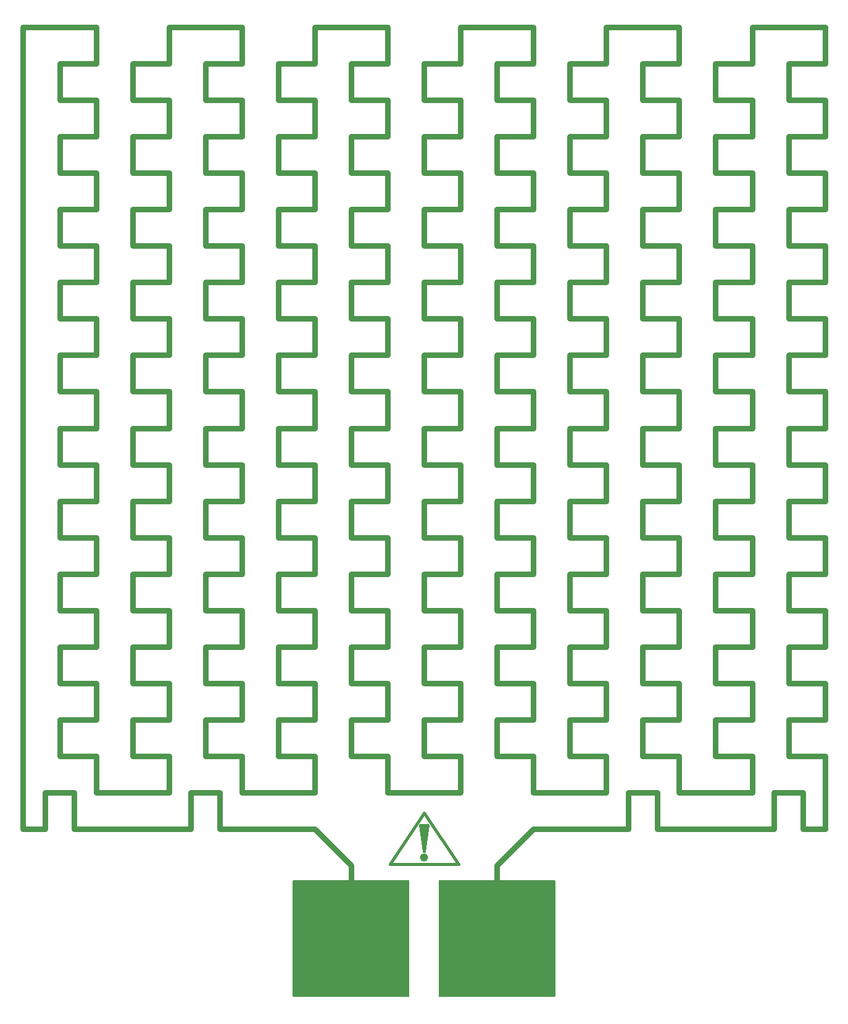
<source format=gtl>
G04 #@! TF.GenerationSoftware,KiCad,Pcbnew,6.0.0*
G04 #@! TF.CreationDate,2022-01-10T21:46:16+01:00*
G04 #@! TF.ProjectId,superhotplate,73757065-7268-46f7-9470-6c6174652e6b,rev?*
G04 #@! TF.SameCoordinates,Original*
G04 #@! TF.FileFunction,Copper,L1,Top*
G04 #@! TF.FilePolarity,Positive*
%FSLAX46Y46*%
G04 Gerber Fmt 4.6, Leading zero omitted, Abs format (unit mm)*
G04 Created by KiCad (PCBNEW 6.0.0) date 2022-01-10 21:46:16*
%MOMM*%
%LPD*%
G01*
G04 APERTURE LIST*
G04 #@! TA.AperFunction,EtchedComponent*
%ADD10C,0.381000*%
G04 #@! TD*
G04 #@! TA.AperFunction,ConnectorPad*
%ADD11C,8.600000*%
G04 #@! TD*
G04 #@! TA.AperFunction,ComponentPad*
%ADD12C,4.700000*%
G04 #@! TD*
G04 #@! TA.AperFunction,Conductor*
%ADD13C,0.800000*%
G04 #@! TD*
G04 APERTURE END LIST*
D10*
X90000000Y-144460000D02*
X90508000Y-144460000D01*
X90508000Y-144460000D02*
X90000000Y-148016000D01*
X85301000Y-149794000D02*
X90000000Y-142809000D01*
X90000000Y-148016000D02*
X89492000Y-144460000D01*
X90000000Y-148016000D02*
X89873000Y-144460000D01*
X90000000Y-142809000D02*
X94699000Y-149794000D01*
X94699000Y-149794000D02*
X85301000Y-149794000D01*
X90000000Y-147889000D02*
X90127000Y-144460000D01*
X89492000Y-144460000D02*
X90000000Y-144460000D01*
X90127000Y-148905000D02*
G75*
G03*
X90127000Y-148905000I-127000J0D01*
G01*
X90359210Y-148905000D02*
G75*
G03*
X90359210Y-148905000I-359210J0D01*
G01*
D11*
X100000000Y-160000000D03*
D12*
X100000000Y-160000000D03*
X80000000Y-160000000D03*
D11*
X80000000Y-160000000D03*
D13*
X85000000Y-100000000D02*
X85000000Y-95000000D01*
X115000000Y-115000000D02*
X115000000Y-120000000D01*
X125000000Y-80000000D02*
X125000000Y-75000000D01*
X110000000Y-130000000D02*
X110000000Y-135000000D01*
X40000000Y-130000000D02*
X45000000Y-130000000D01*
X60000000Y-40000000D02*
X65000000Y-40000000D01*
X60000000Y-85000000D02*
X60000000Y-80000000D01*
X110000000Y-75000000D02*
X115000000Y-75000000D01*
X90000000Y-75000000D02*
X95000000Y-75000000D01*
X38000000Y-140000000D02*
X38000000Y-145000000D01*
X60000000Y-65000000D02*
X60000000Y-60000000D01*
X75000000Y-100000000D02*
X70000000Y-100000000D01*
X105000000Y-110000000D02*
X105000000Y-105000000D01*
X65000000Y-55000000D02*
X60000000Y-55000000D01*
X120000000Y-110000000D02*
X125000000Y-110000000D01*
X135000000Y-70000000D02*
X130000000Y-70000000D01*
X90000000Y-95000000D02*
X95000000Y-95000000D01*
X70000000Y-65000000D02*
X75000000Y-65000000D01*
X95000000Y-60000000D02*
X90000000Y-60000000D01*
X75000000Y-55000000D02*
X75000000Y-60000000D01*
X110000000Y-125000000D02*
X115000000Y-125000000D01*
X105000000Y-105000000D02*
X100000000Y-105000000D01*
X65000000Y-110000000D02*
X65000000Y-105000000D01*
X65000000Y-105000000D02*
X60000000Y-105000000D01*
X65000000Y-130000000D02*
X65000000Y-125000000D01*
X45000000Y-95000000D02*
X40000000Y-95000000D01*
X110000000Y-90000000D02*
X110000000Y-95000000D01*
X70000000Y-105000000D02*
X75000000Y-105000000D01*
X75000000Y-125000000D02*
X75000000Y-130000000D01*
X55000000Y-90000000D02*
X50000000Y-90000000D01*
X55000000Y-130000000D02*
X50000000Y-130000000D01*
X65000000Y-120000000D02*
X65000000Y-115000000D01*
X95000000Y-125000000D02*
X95000000Y-130000000D01*
X65000000Y-80000000D02*
X65000000Y-75000000D01*
X75000000Y-140000000D02*
X65000000Y-140000000D01*
X60000000Y-105000000D02*
X60000000Y-100000000D01*
X45000000Y-115000000D02*
X40000000Y-115000000D01*
X95000000Y-115000000D02*
X95000000Y-120000000D01*
X35000000Y-145000000D02*
X38000000Y-145000000D01*
X40000000Y-90000000D02*
X45000000Y-90000000D01*
X55000000Y-35000000D02*
X55000000Y-40000000D01*
X55000000Y-100000000D02*
X50000000Y-100000000D01*
X120000000Y-135000000D02*
X120000000Y-130000000D01*
X85000000Y-140000000D02*
X85000000Y-135000000D01*
X100000000Y-135000000D02*
X100000000Y-130000000D01*
X45000000Y-55000000D02*
X40000000Y-55000000D01*
X40000000Y-50000000D02*
X45000000Y-50000000D01*
X120000000Y-95000000D02*
X120000000Y-90000000D01*
X105000000Y-50000000D02*
X105000000Y-45000000D01*
X85000000Y-55000000D02*
X80000000Y-55000000D01*
X80000000Y-60000000D02*
X85000000Y-60000000D01*
X100000000Y-115000000D02*
X100000000Y-110000000D01*
X75000000Y-95000000D02*
X75000000Y-100000000D01*
X60000000Y-130000000D02*
X65000000Y-130000000D01*
X90000000Y-85000000D02*
X95000000Y-85000000D01*
X95000000Y-80000000D02*
X90000000Y-80000000D01*
X40000000Y-120000000D02*
X45000000Y-120000000D01*
X145000000Y-100000000D02*
X145000000Y-95000000D01*
X95000000Y-110000000D02*
X90000000Y-110000000D01*
X80000000Y-65000000D02*
X80000000Y-60000000D01*
X60000000Y-50000000D02*
X65000000Y-50000000D01*
X145000000Y-90000000D02*
X145000000Y-85000000D01*
X142000000Y-145000000D02*
X145000000Y-145000000D01*
X90000000Y-115000000D02*
X95000000Y-115000000D01*
X140000000Y-80000000D02*
X145000000Y-80000000D01*
X75000000Y-45000000D02*
X75000000Y-50000000D01*
X130000000Y-135000000D02*
X135000000Y-135000000D01*
X45000000Y-130000000D02*
X45000000Y-125000000D01*
X85000000Y-95000000D02*
X80000000Y-95000000D01*
X85000000Y-45000000D02*
X80000000Y-45000000D01*
X75000000Y-35000000D02*
X75000000Y-40000000D01*
X45000000Y-65000000D02*
X40000000Y-65000000D01*
X40000000Y-40000000D02*
X45000000Y-40000000D01*
X65000000Y-50000000D02*
X65000000Y-45000000D01*
X105000000Y-40000000D02*
X105000000Y-35000000D01*
X140000000Y-60000000D02*
X145000000Y-60000000D01*
X120000000Y-100000000D02*
X125000000Y-100000000D01*
X70000000Y-120000000D02*
X70000000Y-125000000D01*
X75000000Y-135000000D02*
X75000000Y-140000000D01*
X95000000Y-105000000D02*
X95000000Y-110000000D01*
X55000000Y-85000000D02*
X55000000Y-90000000D01*
X135000000Y-65000000D02*
X135000000Y-70000000D01*
X65000000Y-75000000D02*
X60000000Y-75000000D01*
X50000000Y-40000000D02*
X50000000Y-45000000D01*
X105000000Y-85000000D02*
X100000000Y-85000000D01*
X70000000Y-130000000D02*
X70000000Y-135000000D01*
X130000000Y-55000000D02*
X135000000Y-55000000D01*
X140000000Y-90000000D02*
X145000000Y-90000000D01*
X90000000Y-130000000D02*
X90000000Y-135000000D01*
X140000000Y-130000000D02*
X145000000Y-130000000D01*
X105000000Y-80000000D02*
X105000000Y-75000000D01*
X70000000Y-40000000D02*
X70000000Y-45000000D01*
X80000000Y-125000000D02*
X80000000Y-120000000D01*
X65000000Y-90000000D02*
X65000000Y-85000000D01*
X45000000Y-110000000D02*
X45000000Y-105000000D01*
X35000000Y-35000000D02*
X35000000Y-145000000D01*
X90000000Y-100000000D02*
X90000000Y-105000000D01*
X135000000Y-40000000D02*
X130000000Y-40000000D01*
X122000000Y-145000000D02*
X122000000Y-140000000D01*
X45000000Y-135000000D02*
X40000000Y-135000000D01*
X120000000Y-65000000D02*
X120000000Y-60000000D01*
X130000000Y-100000000D02*
X130000000Y-105000000D01*
X105000000Y-125000000D02*
X100000000Y-125000000D01*
X70000000Y-90000000D02*
X70000000Y-95000000D01*
X110000000Y-95000000D02*
X115000000Y-95000000D01*
X45000000Y-35000000D02*
X35000000Y-35000000D01*
X80000000Y-120000000D02*
X85000000Y-120000000D01*
X100000000Y-160000000D02*
X100000000Y-150000000D01*
X105000000Y-70000000D02*
X105000000Y-65000000D01*
X110000000Y-65000000D02*
X115000000Y-65000000D01*
X80000000Y-70000000D02*
X85000000Y-70000000D01*
X145000000Y-135000000D02*
X140000000Y-135000000D01*
X50000000Y-110000000D02*
X50000000Y-115000000D01*
X115000000Y-100000000D02*
X110000000Y-100000000D01*
X40000000Y-135000000D02*
X40000000Y-130000000D01*
X140000000Y-135000000D02*
X140000000Y-130000000D01*
X50000000Y-135000000D02*
X55000000Y-135000000D01*
X135000000Y-75000000D02*
X135000000Y-80000000D01*
X135000000Y-110000000D02*
X130000000Y-110000000D01*
X50000000Y-60000000D02*
X50000000Y-65000000D01*
X40000000Y-115000000D02*
X40000000Y-110000000D01*
X135000000Y-125000000D02*
X135000000Y-130000000D01*
X75000000Y-120000000D02*
X70000000Y-120000000D01*
X105000000Y-100000000D02*
X105000000Y-95000000D01*
X85000000Y-70000000D02*
X85000000Y-65000000D01*
X70000000Y-45000000D02*
X75000000Y-45000000D01*
X130000000Y-120000000D02*
X130000000Y-125000000D01*
X122000000Y-145000000D02*
X138000000Y-145000000D01*
X125000000Y-100000000D02*
X125000000Y-95000000D01*
X45000000Y-70000000D02*
X45000000Y-65000000D01*
X135000000Y-35000000D02*
X135000000Y-40000000D01*
X45000000Y-125000000D02*
X40000000Y-125000000D01*
X40000000Y-125000000D02*
X40000000Y-120000000D01*
X125000000Y-50000000D02*
X125000000Y-45000000D01*
X105000000Y-45000000D02*
X100000000Y-45000000D01*
X125000000Y-60000000D02*
X125000000Y-55000000D01*
X55000000Y-65000000D02*
X55000000Y-70000000D01*
X120000000Y-60000000D02*
X125000000Y-60000000D01*
X95000000Y-45000000D02*
X95000000Y-50000000D01*
X110000000Y-105000000D02*
X115000000Y-105000000D01*
X90000000Y-80000000D02*
X90000000Y-85000000D01*
X75000000Y-115000000D02*
X75000000Y-120000000D01*
X100000000Y-50000000D02*
X105000000Y-50000000D01*
X140000000Y-40000000D02*
X145000000Y-40000000D01*
X130000000Y-80000000D02*
X130000000Y-85000000D01*
X125000000Y-105000000D02*
X120000000Y-105000000D01*
X142000000Y-140000000D02*
X138000000Y-140000000D01*
X50000000Y-120000000D02*
X50000000Y-125000000D01*
X115000000Y-120000000D02*
X110000000Y-120000000D01*
X135000000Y-140000000D02*
X125000000Y-140000000D01*
X95000000Y-65000000D02*
X95000000Y-70000000D01*
X90000000Y-135000000D02*
X95000000Y-135000000D01*
X140000000Y-85000000D02*
X140000000Y-80000000D01*
X125000000Y-130000000D02*
X125000000Y-125000000D01*
X40000000Y-100000000D02*
X45000000Y-100000000D01*
X85000000Y-130000000D02*
X85000000Y-125000000D01*
X140000000Y-125000000D02*
X140000000Y-120000000D01*
X70000000Y-70000000D02*
X70000000Y-75000000D01*
X65000000Y-85000000D02*
X60000000Y-85000000D01*
X110000000Y-100000000D02*
X110000000Y-105000000D01*
X125000000Y-35000000D02*
X115000000Y-35000000D01*
X115000000Y-110000000D02*
X110000000Y-110000000D01*
X125000000Y-90000000D02*
X125000000Y-85000000D01*
X115000000Y-70000000D02*
X110000000Y-70000000D01*
X90000000Y-120000000D02*
X90000000Y-125000000D01*
X55000000Y-115000000D02*
X55000000Y-120000000D01*
X115000000Y-130000000D02*
X110000000Y-130000000D01*
X55000000Y-95000000D02*
X55000000Y-100000000D01*
X55000000Y-120000000D02*
X50000000Y-120000000D01*
X70000000Y-80000000D02*
X70000000Y-85000000D01*
X50000000Y-80000000D02*
X50000000Y-85000000D01*
X115000000Y-90000000D02*
X110000000Y-90000000D01*
X75000000Y-75000000D02*
X75000000Y-80000000D01*
X95000000Y-135000000D02*
X95000000Y-140000000D01*
X85000000Y-125000000D02*
X80000000Y-125000000D01*
X95000000Y-85000000D02*
X95000000Y-90000000D01*
X55000000Y-50000000D02*
X50000000Y-50000000D01*
X140000000Y-55000000D02*
X140000000Y-50000000D01*
X90000000Y-60000000D02*
X90000000Y-65000000D01*
X125000000Y-135000000D02*
X120000000Y-135000000D01*
X45000000Y-100000000D02*
X45000000Y-95000000D01*
X100000000Y-120000000D02*
X105000000Y-120000000D01*
X50000000Y-50000000D02*
X50000000Y-55000000D01*
X75000000Y-60000000D02*
X70000000Y-60000000D01*
X75000000Y-105000000D02*
X75000000Y-110000000D01*
X95000000Y-130000000D02*
X90000000Y-130000000D01*
X80000000Y-40000000D02*
X85000000Y-40000000D01*
X145000000Y-145000000D02*
X145000000Y-135000000D01*
X50000000Y-95000000D02*
X55000000Y-95000000D01*
X115000000Y-50000000D02*
X110000000Y-50000000D01*
X50000000Y-130000000D02*
X50000000Y-135000000D01*
X40000000Y-105000000D02*
X40000000Y-100000000D01*
X45000000Y-140000000D02*
X45000000Y-135000000D01*
X90000000Y-50000000D02*
X90000000Y-55000000D01*
X110000000Y-45000000D02*
X115000000Y-45000000D01*
X135000000Y-120000000D02*
X130000000Y-120000000D01*
X120000000Y-115000000D02*
X120000000Y-110000000D01*
X50000000Y-85000000D02*
X55000000Y-85000000D01*
X125000000Y-45000000D02*
X120000000Y-45000000D01*
X140000000Y-115000000D02*
X140000000Y-110000000D01*
X50000000Y-90000000D02*
X50000000Y-95000000D01*
X122000000Y-140000000D02*
X118000000Y-140000000D01*
X140000000Y-70000000D02*
X145000000Y-70000000D01*
X65000000Y-95000000D02*
X60000000Y-95000000D01*
X65000000Y-140000000D02*
X65000000Y-135000000D01*
X75000000Y-70000000D02*
X70000000Y-70000000D01*
X80000000Y-110000000D02*
X85000000Y-110000000D01*
X90000000Y-70000000D02*
X90000000Y-75000000D01*
X45000000Y-120000000D02*
X45000000Y-115000000D01*
X95000000Y-140000000D02*
X85000000Y-140000000D01*
X40000000Y-75000000D02*
X40000000Y-70000000D01*
X85000000Y-75000000D02*
X80000000Y-75000000D01*
X65000000Y-135000000D02*
X60000000Y-135000000D01*
X75000000Y-80000000D02*
X70000000Y-80000000D01*
X140000000Y-45000000D02*
X140000000Y-40000000D01*
X60000000Y-45000000D02*
X60000000Y-40000000D01*
X40000000Y-95000000D02*
X40000000Y-90000000D01*
X115000000Y-75000000D02*
X115000000Y-80000000D01*
X65000000Y-70000000D02*
X65000000Y-65000000D01*
X135000000Y-90000000D02*
X130000000Y-90000000D01*
X95000000Y-40000000D02*
X90000000Y-40000000D01*
X42000000Y-140000000D02*
X38000000Y-140000000D01*
X65000000Y-45000000D02*
X60000000Y-45000000D01*
X115000000Y-40000000D02*
X110000000Y-40000000D01*
X55000000Y-75000000D02*
X55000000Y-80000000D01*
X130000000Y-95000000D02*
X135000000Y-95000000D01*
X85000000Y-105000000D02*
X80000000Y-105000000D01*
X60000000Y-115000000D02*
X60000000Y-110000000D01*
X95000000Y-75000000D02*
X95000000Y-80000000D01*
X65000000Y-35000000D02*
X55000000Y-35000000D01*
X120000000Y-70000000D02*
X125000000Y-70000000D01*
X55000000Y-70000000D02*
X50000000Y-70000000D01*
X65000000Y-40000000D02*
X65000000Y-35000000D01*
X95000000Y-50000000D02*
X90000000Y-50000000D01*
X85000000Y-40000000D02*
X85000000Y-35000000D01*
X75000000Y-130000000D02*
X70000000Y-130000000D01*
X135000000Y-135000000D02*
X135000000Y-140000000D01*
X70000000Y-95000000D02*
X75000000Y-95000000D01*
X110000000Y-80000000D02*
X110000000Y-85000000D01*
X140000000Y-100000000D02*
X145000000Y-100000000D01*
X130000000Y-70000000D02*
X130000000Y-75000000D01*
X50000000Y-105000000D02*
X55000000Y-105000000D01*
X80000000Y-130000000D02*
X85000000Y-130000000D01*
X80000000Y-50000000D02*
X85000000Y-50000000D01*
X85000000Y-35000000D02*
X75000000Y-35000000D01*
X105000000Y-60000000D02*
X105000000Y-55000000D01*
X115000000Y-80000000D02*
X110000000Y-80000000D01*
X40000000Y-70000000D02*
X45000000Y-70000000D01*
X100000000Y-150000000D02*
X105000000Y-145000000D01*
X85000000Y-115000000D02*
X80000000Y-115000000D01*
X50000000Y-115000000D02*
X55000000Y-115000000D01*
X100000000Y-110000000D02*
X105000000Y-110000000D01*
X60000000Y-80000000D02*
X65000000Y-80000000D01*
X65000000Y-60000000D02*
X65000000Y-55000000D01*
X95000000Y-90000000D02*
X90000000Y-90000000D01*
X125000000Y-70000000D02*
X125000000Y-65000000D01*
X110000000Y-40000000D02*
X110000000Y-45000000D01*
X70000000Y-85000000D02*
X75000000Y-85000000D01*
X45000000Y-40000000D02*
X45000000Y-35000000D01*
X55000000Y-80000000D02*
X50000000Y-80000000D01*
X115000000Y-85000000D02*
X115000000Y-90000000D01*
X142000000Y-145000000D02*
X142000000Y-140000000D01*
X50000000Y-75000000D02*
X55000000Y-75000000D01*
X130000000Y-130000000D02*
X130000000Y-135000000D01*
X85000000Y-135000000D02*
X80000000Y-135000000D01*
X135000000Y-60000000D02*
X130000000Y-60000000D01*
X95000000Y-120000000D02*
X90000000Y-120000000D01*
X125000000Y-40000000D02*
X125000000Y-35000000D01*
X70000000Y-100000000D02*
X70000000Y-105000000D01*
X50000000Y-55000000D02*
X55000000Y-55000000D01*
X100000000Y-45000000D02*
X100000000Y-40000000D01*
X100000000Y-90000000D02*
X105000000Y-90000000D01*
X115000000Y-55000000D02*
X115000000Y-60000000D01*
X120000000Y-90000000D02*
X125000000Y-90000000D01*
X80000000Y-100000000D02*
X85000000Y-100000000D01*
X60000000Y-70000000D02*
X65000000Y-70000000D01*
X115000000Y-140000000D02*
X105000000Y-140000000D01*
X145000000Y-120000000D02*
X145000000Y-115000000D01*
X120000000Y-130000000D02*
X125000000Y-130000000D01*
X125000000Y-55000000D02*
X120000000Y-55000000D01*
X85000000Y-60000000D02*
X85000000Y-55000000D01*
X140000000Y-50000000D02*
X145000000Y-50000000D01*
X145000000Y-70000000D02*
X145000000Y-65000000D01*
X135000000Y-80000000D02*
X130000000Y-80000000D01*
X105000000Y-115000000D02*
X100000000Y-115000000D01*
X145000000Y-40000000D02*
X145000000Y-35000000D01*
X135000000Y-55000000D02*
X135000000Y-60000000D01*
X40000000Y-80000000D02*
X45000000Y-80000000D01*
X50000000Y-125000000D02*
X55000000Y-125000000D01*
X120000000Y-125000000D02*
X120000000Y-120000000D01*
X40000000Y-60000000D02*
X45000000Y-60000000D01*
X60000000Y-120000000D02*
X65000000Y-120000000D01*
X80000000Y-105000000D02*
X80000000Y-100000000D01*
X50000000Y-70000000D02*
X50000000Y-75000000D01*
X115000000Y-60000000D02*
X110000000Y-60000000D01*
X70000000Y-125000000D02*
X75000000Y-125000000D01*
X85000000Y-50000000D02*
X85000000Y-45000000D01*
X125000000Y-115000000D02*
X120000000Y-115000000D01*
X55000000Y-105000000D02*
X55000000Y-110000000D01*
X100000000Y-105000000D02*
X100000000Y-100000000D01*
X75000000Y-90000000D02*
X70000000Y-90000000D01*
X135000000Y-130000000D02*
X130000000Y-130000000D01*
X115000000Y-105000000D02*
X115000000Y-110000000D01*
X145000000Y-95000000D02*
X140000000Y-95000000D01*
X55000000Y-45000000D02*
X55000000Y-50000000D01*
X95000000Y-95000000D02*
X95000000Y-100000000D01*
X60000000Y-110000000D02*
X65000000Y-110000000D01*
X105000000Y-95000000D02*
X100000000Y-95000000D01*
X135000000Y-95000000D02*
X135000000Y-100000000D01*
X60000000Y-90000000D02*
X65000000Y-90000000D01*
X45000000Y-50000000D02*
X45000000Y-45000000D01*
X140000000Y-105000000D02*
X140000000Y-100000000D01*
X120000000Y-105000000D02*
X120000000Y-100000000D01*
X80000000Y-150000000D02*
X80000000Y-160000000D01*
X145000000Y-105000000D02*
X140000000Y-105000000D01*
X118000000Y-140000000D02*
X118000000Y-145000000D01*
X85000000Y-90000000D02*
X85000000Y-85000000D01*
X60000000Y-75000000D02*
X60000000Y-70000000D01*
X125000000Y-95000000D02*
X120000000Y-95000000D01*
X115000000Y-45000000D02*
X115000000Y-50000000D01*
X130000000Y-75000000D02*
X135000000Y-75000000D01*
X120000000Y-75000000D02*
X120000000Y-70000000D01*
X60000000Y-100000000D02*
X65000000Y-100000000D01*
X55000000Y-140000000D02*
X45000000Y-140000000D01*
X105000000Y-90000000D02*
X105000000Y-85000000D01*
X125000000Y-85000000D02*
X120000000Y-85000000D01*
X145000000Y-35000000D02*
X135000000Y-35000000D01*
X95000000Y-55000000D02*
X95000000Y-60000000D01*
X85000000Y-80000000D02*
X85000000Y-75000000D01*
X135000000Y-100000000D02*
X130000000Y-100000000D01*
X62000000Y-145000000D02*
X75000000Y-145000000D01*
X70000000Y-110000000D02*
X70000000Y-115000000D01*
X90000000Y-65000000D02*
X95000000Y-65000000D01*
X80000000Y-75000000D02*
X80000000Y-70000000D01*
X65000000Y-65000000D02*
X60000000Y-65000000D01*
X145000000Y-115000000D02*
X140000000Y-115000000D01*
X40000000Y-110000000D02*
X45000000Y-110000000D01*
X115000000Y-95000000D02*
X115000000Y-100000000D01*
X95000000Y-70000000D02*
X90000000Y-70000000D01*
X145000000Y-110000000D02*
X145000000Y-105000000D01*
X70000000Y-55000000D02*
X75000000Y-55000000D01*
X110000000Y-85000000D02*
X115000000Y-85000000D01*
X135000000Y-115000000D02*
X135000000Y-120000000D01*
X125000000Y-110000000D02*
X125000000Y-105000000D01*
X120000000Y-55000000D02*
X120000000Y-50000000D01*
X120000000Y-80000000D02*
X125000000Y-80000000D01*
X140000000Y-95000000D02*
X140000000Y-90000000D01*
X120000000Y-45000000D02*
X120000000Y-40000000D01*
X105000000Y-75000000D02*
X100000000Y-75000000D01*
X55000000Y-135000000D02*
X55000000Y-140000000D01*
X80000000Y-45000000D02*
X80000000Y-40000000D01*
X130000000Y-60000000D02*
X130000000Y-65000000D01*
X85000000Y-110000000D02*
X85000000Y-105000000D01*
X100000000Y-60000000D02*
X105000000Y-60000000D01*
X75000000Y-145000000D02*
X80000000Y-150000000D01*
X90000000Y-110000000D02*
X90000000Y-115000000D01*
X100000000Y-75000000D02*
X100000000Y-70000000D01*
X55000000Y-55000000D02*
X55000000Y-60000000D01*
X110000000Y-135000000D02*
X115000000Y-135000000D01*
X80000000Y-80000000D02*
X85000000Y-80000000D01*
X120000000Y-50000000D02*
X125000000Y-50000000D01*
X100000000Y-100000000D02*
X105000000Y-100000000D01*
X65000000Y-115000000D02*
X60000000Y-115000000D01*
X145000000Y-125000000D02*
X140000000Y-125000000D01*
X50000000Y-100000000D02*
X50000000Y-105000000D01*
X75000000Y-40000000D02*
X70000000Y-40000000D01*
X55000000Y-110000000D02*
X50000000Y-110000000D01*
X145000000Y-75000000D02*
X140000000Y-75000000D01*
X100000000Y-55000000D02*
X100000000Y-50000000D01*
X110000000Y-60000000D02*
X110000000Y-65000000D01*
X125000000Y-125000000D02*
X120000000Y-125000000D01*
X115000000Y-35000000D02*
X115000000Y-40000000D01*
X70000000Y-50000000D02*
X70000000Y-55000000D01*
X45000000Y-105000000D02*
X40000000Y-105000000D01*
X60000000Y-60000000D02*
X65000000Y-60000000D01*
X40000000Y-55000000D02*
X40000000Y-50000000D01*
X100000000Y-80000000D02*
X105000000Y-80000000D01*
X110000000Y-70000000D02*
X110000000Y-75000000D01*
X130000000Y-50000000D02*
X130000000Y-55000000D01*
X45000000Y-45000000D02*
X40000000Y-45000000D01*
X80000000Y-85000000D02*
X80000000Y-80000000D01*
X60000000Y-95000000D02*
X60000000Y-90000000D01*
X135000000Y-105000000D02*
X135000000Y-110000000D01*
X145000000Y-85000000D02*
X140000000Y-85000000D01*
X105000000Y-130000000D02*
X105000000Y-125000000D01*
X135000000Y-45000000D02*
X135000000Y-50000000D01*
X45000000Y-60000000D02*
X45000000Y-55000000D01*
X105000000Y-120000000D02*
X105000000Y-115000000D01*
X105000000Y-35000000D02*
X95000000Y-35000000D01*
X80000000Y-135000000D02*
X80000000Y-130000000D01*
X50000000Y-45000000D02*
X55000000Y-45000000D01*
X70000000Y-135000000D02*
X75000000Y-135000000D01*
X65000000Y-100000000D02*
X65000000Y-95000000D01*
X100000000Y-130000000D02*
X105000000Y-130000000D01*
X85000000Y-85000000D02*
X80000000Y-85000000D01*
X100000000Y-85000000D02*
X100000000Y-80000000D01*
X40000000Y-65000000D02*
X40000000Y-60000000D01*
X40000000Y-45000000D02*
X40000000Y-40000000D01*
X60000000Y-135000000D02*
X60000000Y-130000000D01*
X145000000Y-50000000D02*
X145000000Y-45000000D01*
X90000000Y-55000000D02*
X95000000Y-55000000D01*
X140000000Y-75000000D02*
X140000000Y-70000000D01*
X138000000Y-140000000D02*
X138000000Y-145000000D01*
X130000000Y-105000000D02*
X135000000Y-105000000D01*
X75000000Y-85000000D02*
X75000000Y-90000000D01*
X58000000Y-145000000D02*
X58000000Y-140000000D01*
X135000000Y-85000000D02*
X135000000Y-90000000D01*
X120000000Y-40000000D02*
X125000000Y-40000000D01*
X145000000Y-130000000D02*
X145000000Y-125000000D01*
X125000000Y-75000000D02*
X120000000Y-75000000D01*
X95000000Y-100000000D02*
X90000000Y-100000000D01*
X45000000Y-75000000D02*
X40000000Y-75000000D01*
X80000000Y-115000000D02*
X80000000Y-110000000D01*
X145000000Y-60000000D02*
X145000000Y-55000000D01*
X90000000Y-105000000D02*
X95000000Y-105000000D01*
X110000000Y-110000000D02*
X110000000Y-115000000D01*
X60000000Y-55000000D02*
X60000000Y-50000000D01*
X110000000Y-115000000D02*
X115000000Y-115000000D01*
X42000000Y-145000000D02*
X58000000Y-145000000D01*
X40000000Y-85000000D02*
X40000000Y-80000000D01*
X130000000Y-90000000D02*
X130000000Y-95000000D01*
X45000000Y-80000000D02*
X45000000Y-75000000D01*
X85000000Y-120000000D02*
X85000000Y-115000000D01*
X125000000Y-65000000D02*
X120000000Y-65000000D01*
X80000000Y-90000000D02*
X85000000Y-90000000D01*
X115000000Y-125000000D02*
X115000000Y-130000000D01*
X105000000Y-145000000D02*
X118000000Y-145000000D01*
X90000000Y-90000000D02*
X90000000Y-95000000D01*
X105000000Y-140000000D02*
X105000000Y-135000000D01*
X55000000Y-40000000D02*
X50000000Y-40000000D01*
X130000000Y-125000000D02*
X135000000Y-125000000D01*
X115000000Y-135000000D02*
X115000000Y-140000000D01*
X70000000Y-60000000D02*
X70000000Y-65000000D01*
X55000000Y-60000000D02*
X50000000Y-60000000D01*
X80000000Y-55000000D02*
X80000000Y-50000000D01*
X145000000Y-80000000D02*
X145000000Y-75000000D01*
X140000000Y-110000000D02*
X145000000Y-110000000D01*
X145000000Y-55000000D02*
X140000000Y-55000000D01*
X140000000Y-120000000D02*
X145000000Y-120000000D01*
X130000000Y-115000000D02*
X135000000Y-115000000D01*
X70000000Y-115000000D02*
X75000000Y-115000000D01*
X50000000Y-65000000D02*
X55000000Y-65000000D01*
X130000000Y-110000000D02*
X130000000Y-115000000D01*
X70000000Y-75000000D02*
X75000000Y-75000000D01*
X110000000Y-50000000D02*
X110000000Y-55000000D01*
X90000000Y-40000000D02*
X90000000Y-45000000D01*
X145000000Y-65000000D02*
X140000000Y-65000000D01*
X130000000Y-65000000D02*
X135000000Y-65000000D01*
X45000000Y-90000000D02*
X45000000Y-85000000D01*
X90000000Y-45000000D02*
X95000000Y-45000000D01*
X125000000Y-120000000D02*
X125000000Y-115000000D01*
X120000000Y-120000000D02*
X125000000Y-120000000D01*
X110000000Y-55000000D02*
X115000000Y-55000000D01*
X75000000Y-65000000D02*
X75000000Y-70000000D01*
X130000000Y-45000000D02*
X135000000Y-45000000D01*
X95000000Y-35000000D02*
X95000000Y-40000000D01*
X115000000Y-65000000D02*
X115000000Y-70000000D01*
X55000000Y-125000000D02*
X55000000Y-130000000D01*
X45000000Y-85000000D02*
X40000000Y-85000000D01*
X130000000Y-40000000D02*
X130000000Y-45000000D01*
X90000000Y-125000000D02*
X95000000Y-125000000D01*
X100000000Y-95000000D02*
X100000000Y-90000000D01*
X75000000Y-110000000D02*
X70000000Y-110000000D01*
X42000000Y-145000000D02*
X42000000Y-140000000D01*
X130000000Y-85000000D02*
X135000000Y-85000000D01*
X100000000Y-70000000D02*
X105000000Y-70000000D01*
X80000000Y-95000000D02*
X80000000Y-90000000D01*
X65000000Y-125000000D02*
X60000000Y-125000000D01*
X145000000Y-45000000D02*
X140000000Y-45000000D01*
X100000000Y-125000000D02*
X100000000Y-120000000D01*
X125000000Y-140000000D02*
X125000000Y-135000000D01*
X135000000Y-50000000D02*
X130000000Y-50000000D01*
X60000000Y-125000000D02*
X60000000Y-120000000D01*
X105000000Y-55000000D02*
X100000000Y-55000000D01*
X75000000Y-50000000D02*
X70000000Y-50000000D01*
X58000000Y-140000000D02*
X62000000Y-140000000D01*
X140000000Y-65000000D02*
X140000000Y-60000000D01*
X85000000Y-65000000D02*
X80000000Y-65000000D01*
X100000000Y-65000000D02*
X100000000Y-60000000D01*
X105000000Y-135000000D02*
X100000000Y-135000000D01*
X110000000Y-120000000D02*
X110000000Y-125000000D01*
X62000000Y-140000000D02*
X62000000Y-145000000D01*
X105000000Y-65000000D02*
X100000000Y-65000000D01*
X100000000Y-40000000D02*
X105000000Y-40000000D01*
X120000000Y-85000000D02*
X120000000Y-80000000D01*
G04 #@! TA.AperFunction,Conductor*
G36*
X87942121Y-152020002D02*
G01*
X87988614Y-152073658D01*
X88000000Y-152126000D01*
X88000000Y-167874000D01*
X87979998Y-167942121D01*
X87926342Y-167988614D01*
X87874000Y-168000000D01*
X72126000Y-168000000D01*
X72057879Y-167979998D01*
X72011386Y-167926342D01*
X72000000Y-167874000D01*
X72000000Y-152126000D01*
X72020002Y-152057879D01*
X72073658Y-152011386D01*
X72126000Y-152000000D01*
X87874000Y-152000000D01*
X87942121Y-152020002D01*
G37*
G04 #@! TD.AperFunction*
G04 #@! TA.AperFunction,Conductor*
G36*
X107942121Y-152020002D02*
G01*
X107988614Y-152073658D01*
X108000000Y-152126000D01*
X108000000Y-167874000D01*
X107979998Y-167942121D01*
X107926342Y-167988614D01*
X107874000Y-168000000D01*
X92126000Y-168000000D01*
X92057879Y-167979998D01*
X92011386Y-167926342D01*
X92000000Y-167874000D01*
X92000000Y-152126000D01*
X92020002Y-152057879D01*
X92073658Y-152011386D01*
X92126000Y-152000000D01*
X107874000Y-152000000D01*
X107942121Y-152020002D01*
G37*
G04 #@! TD.AperFunction*
M02*

</source>
